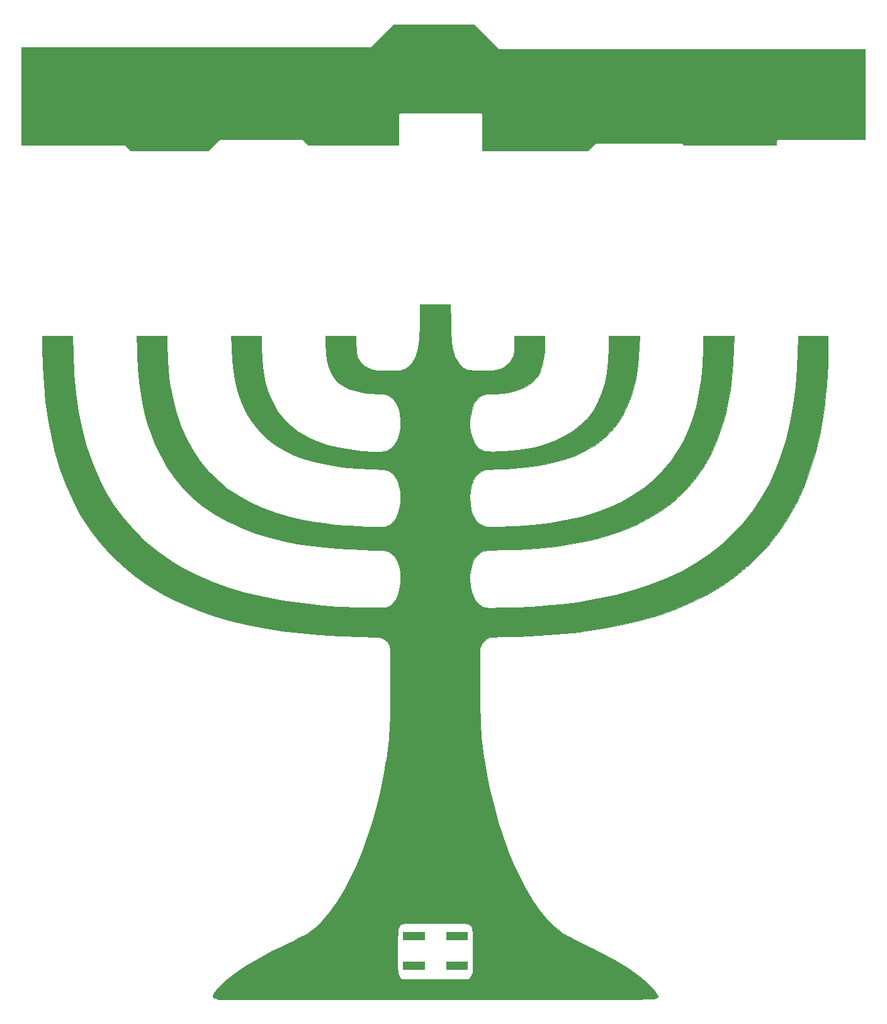
<source format=gbs>
G04 #@! TF.GenerationSoftware,KiCad,Pcbnew,(5.1.4)-1*
G04 #@! TF.CreationDate,2020-11-24T15:39:13-05:00*
G04 #@! TF.ProjectId,Menorah,4d656e6f-7261-4682-9e6b-696361645f70,rev?*
G04 #@! TF.SameCoordinates,Original*
G04 #@! TF.FileFunction,Soldermask,Bot*
G04 #@! TF.FilePolarity,Negative*
%FSLAX46Y46*%
G04 Gerber Fmt 4.6, Leading zero omitted, Abs format (unit mm)*
G04 Created by KiCad (PCBNEW (5.1.4)-1) date 2020-11-24 15:39:13*
%MOMM*%
%LPD*%
G04 APERTURE LIST*
%ADD10C,0.010000*%
%ADD11C,0.100000*%
G04 APERTURE END LIST*
D10*
G36*
X144041649Y-59507966D02*
G01*
X144065030Y-60423359D01*
X144097525Y-61195468D01*
X144141982Y-61850223D01*
X144201246Y-62413557D01*
X144278163Y-62911403D01*
X144375581Y-63369693D01*
X144496346Y-63814358D01*
X144524507Y-63907036D01*
X144715441Y-64391787D01*
X144975085Y-64866771D01*
X145273101Y-65285683D01*
X145579148Y-65602219D01*
X145689256Y-65684719D01*
X145926321Y-65831394D01*
X146153499Y-65942388D01*
X146399320Y-66022501D01*
X146692313Y-66076532D01*
X147061006Y-66109282D01*
X147533930Y-66125549D01*
X148139614Y-66130134D01*
X148336000Y-66129979D01*
X148928881Y-66126870D01*
X149384149Y-66118336D01*
X149733501Y-66101712D01*
X150008634Y-66074333D01*
X150241244Y-66033536D01*
X150463030Y-65976656D01*
X150579666Y-65941384D01*
X151218625Y-65677425D01*
X151728341Y-65318706D01*
X152130193Y-64847848D01*
X152315333Y-64530176D01*
X152429886Y-64300867D01*
X152511007Y-64111056D01*
X152565300Y-63923427D01*
X152599366Y-63700667D01*
X152619809Y-63405459D01*
X152633229Y-63000489D01*
X152640598Y-62691863D01*
X152669530Y-61434133D01*
X156718000Y-61434133D01*
X156717305Y-62386633D01*
X156680087Y-63535219D01*
X156567619Y-64543293D01*
X156376005Y-65423908D01*
X156101350Y-66190117D01*
X155739757Y-66854972D01*
X155287330Y-67431528D01*
X155177522Y-67545510D01*
X154601956Y-68014299D01*
X153887322Y-68414721D01*
X153051825Y-68741168D01*
X152113670Y-68988032D01*
X151091063Y-69149708D01*
X150002209Y-69220588D01*
X149729421Y-69223466D01*
X149036231Y-69259779D01*
X148473835Y-69376844D01*
X148018195Y-69586854D01*
X147645271Y-69901998D01*
X147331026Y-70334469D01*
X147248434Y-70481703D01*
X146949909Y-71181460D01*
X146752022Y-71949329D01*
X146653029Y-72754965D01*
X146651189Y-73568023D01*
X146744757Y-74358160D01*
X146931992Y-75095030D01*
X147211151Y-75748288D01*
X147580492Y-76287590D01*
X147581944Y-76289246D01*
X147896856Y-76590759D01*
X148248324Y-76801654D01*
X148670456Y-76933858D01*
X149197362Y-76999297D01*
X149648333Y-77011767D01*
X150438147Y-76995852D01*
X151326651Y-76950433D01*
X152246740Y-76880438D01*
X153131308Y-76790795D01*
X153754666Y-76710227D01*
X155303379Y-76425822D01*
X156758419Y-76037348D01*
X158110581Y-75549277D01*
X159350660Y-74966081D01*
X160469449Y-74292233D01*
X161457743Y-73532205D01*
X162306335Y-72690469D01*
X162501179Y-72460952D01*
X163260869Y-71418449D01*
X163899179Y-70293091D01*
X164418481Y-69076952D01*
X164821151Y-67762107D01*
X165109562Y-66340631D01*
X165286087Y-64804598D01*
X165353101Y-63146083D01*
X165353897Y-62936966D01*
X165354000Y-61434133D01*
X169443789Y-61434133D01*
X169384320Y-62973743D01*
X169314722Y-64293007D01*
X169210578Y-65476845D01*
X169066929Y-66556559D01*
X168878818Y-67563454D01*
X168641286Y-68528830D01*
X168356581Y-69462375D01*
X167812360Y-70879936D01*
X167163237Y-72168907D01*
X166403337Y-73335459D01*
X165526786Y-74385761D01*
X164527708Y-75325985D01*
X163400228Y-76162299D01*
X162138474Y-76900874D01*
X160736569Y-77547881D01*
X160609080Y-77599523D01*
X159353246Y-78052115D01*
X158014738Y-78434013D01*
X156579702Y-78747617D01*
X155034281Y-78995328D01*
X153364620Y-79179544D01*
X151556863Y-79302666D01*
X150537333Y-79343993D01*
X149991315Y-79364626D01*
X149484671Y-79389787D01*
X149048649Y-79417454D01*
X148714499Y-79445603D01*
X148513469Y-79472212D01*
X148495999Y-79476128D01*
X148145142Y-79634735D01*
X147782801Y-79919328D01*
X147446591Y-80293838D01*
X147174129Y-80722194D01*
X147153232Y-80763756D01*
X146879743Y-81485999D01*
X146709995Y-82299300D01*
X146644294Y-83160645D01*
X146682947Y-84027021D01*
X146826261Y-84855414D01*
X147074542Y-85602812D01*
X147118062Y-85699320D01*
X147454488Y-86245384D01*
X147890395Y-86679242D01*
X148402352Y-86982024D01*
X148886333Y-87123316D01*
X149088411Y-87137837D01*
X149434603Y-87142181D01*
X149900055Y-87137345D01*
X150459917Y-87124325D01*
X151089337Y-87104118D01*
X151763463Y-87077719D01*
X152457444Y-87046125D01*
X153146429Y-87010333D01*
X153805565Y-86971339D01*
X154410001Y-86930140D01*
X154934886Y-86887731D01*
X155067000Y-86875509D01*
X157410623Y-86596000D01*
X159617318Y-86218753D01*
X161689292Y-85742545D01*
X163628755Y-85166149D01*
X165437914Y-84488340D01*
X167118980Y-83707893D01*
X168674159Y-82823582D01*
X170105663Y-81834183D01*
X171415698Y-80738469D01*
X172606474Y-79535216D01*
X173680199Y-78223197D01*
X174639083Y-76801188D01*
X175286111Y-75658133D01*
X175969588Y-74199950D01*
X176562903Y-72613188D01*
X177062406Y-70914832D01*
X177464450Y-69121868D01*
X177765387Y-67251281D01*
X177961567Y-65320056D01*
X178049342Y-63345179D01*
X178054000Y-62771875D01*
X178054000Y-61434133D01*
X182143845Y-61434133D01*
X182085266Y-63275633D01*
X181994195Y-65228760D01*
X181848151Y-67040625D01*
X181644119Y-68731130D01*
X181379089Y-70320177D01*
X181050046Y-71827667D01*
X180653980Y-73273503D01*
X180495166Y-73780402D01*
X179820946Y-75630709D01*
X179036493Y-77354396D01*
X178138932Y-78955796D01*
X177125385Y-80439241D01*
X175992976Y-81809065D01*
X174738826Y-83069601D01*
X173778333Y-83896229D01*
X172306864Y-84979085D01*
X170700277Y-85960522D01*
X168959185Y-86840367D01*
X167084203Y-87618448D01*
X165075943Y-88294591D01*
X162935020Y-88868623D01*
X160662048Y-89340371D01*
X158257639Y-89709662D01*
X155722408Y-89976323D01*
X153056968Y-90140181D01*
X151468666Y-90187724D01*
X150635635Y-90206383D01*
X149957534Y-90228148D01*
X149419976Y-90253856D01*
X149008571Y-90284344D01*
X148708933Y-90320448D01*
X148520024Y-90359230D01*
X148033784Y-90578677D01*
X147609416Y-90944649D01*
X147253576Y-91443595D01*
X146972918Y-92061961D01*
X146774099Y-92786196D01*
X146663773Y-93602748D01*
X146642666Y-94182136D01*
X146695839Y-95063754D01*
X146851519Y-95853910D01*
X147103948Y-96540317D01*
X147447371Y-97110686D01*
X147876028Y-97552729D01*
X148357874Y-97843012D01*
X148487000Y-97897056D01*
X148609627Y-97939412D01*
X148746547Y-97971029D01*
X148918551Y-97992856D01*
X149146432Y-98005842D01*
X149450983Y-98010934D01*
X149852996Y-98009082D01*
X150373263Y-98001233D01*
X151032576Y-97988337D01*
X151384000Y-97981060D01*
X153078206Y-97934949D01*
X154642605Y-97868407D01*
X156115815Y-97778489D01*
X157536457Y-97662250D01*
X158943150Y-97516747D01*
X160374515Y-97339033D01*
X161078333Y-97241900D01*
X163763922Y-96799091D01*
X166316057Y-96252604D01*
X168735702Y-95601742D01*
X171023822Y-94845808D01*
X173181384Y-93984106D01*
X175209352Y-93015937D01*
X177108691Y-91940604D01*
X178880367Y-90757412D01*
X180525345Y-89465661D01*
X182044591Y-88064656D01*
X183439069Y-86553699D01*
X184709746Y-84932092D01*
X185857586Y-83199139D01*
X186883555Y-81354143D01*
X187788617Y-79396406D01*
X188546954Y-77403492D01*
X189200048Y-75283461D01*
X189737094Y-73060385D01*
X190158903Y-70729222D01*
X190466285Y-68284930D01*
X190660051Y-65722464D01*
X190729154Y-63825966D01*
X190779625Y-61434133D01*
X194818000Y-61434133D01*
X194818000Y-62641825D01*
X194802571Y-63897888D01*
X194758150Y-65236595D01*
X194687532Y-66618681D01*
X194593516Y-68004881D01*
X194478896Y-69355930D01*
X194346470Y-70632563D01*
X194199035Y-71795516D01*
X194135193Y-72228436D01*
X193672989Y-74768302D01*
X193089405Y-77192051D01*
X192384643Y-79499201D01*
X191558902Y-81689268D01*
X190612385Y-83761771D01*
X189545292Y-85716226D01*
X188357825Y-87552152D01*
X187050183Y-89269066D01*
X187023317Y-89301569D01*
X186647233Y-89735515D01*
X186178305Y-90245301D01*
X185651316Y-90795479D01*
X185101050Y-91350598D01*
X184562289Y-91875211D01*
X184069815Y-92333868D01*
X183896000Y-92488798D01*
X182261871Y-93812908D01*
X180491515Y-95038376D01*
X178586880Y-96164443D01*
X176549913Y-97190351D01*
X174382562Y-98115342D01*
X172086777Y-98938656D01*
X169664504Y-99659537D01*
X167117692Y-100277224D01*
X164448290Y-100790959D01*
X161658246Y-101199984D01*
X161459333Y-101224570D01*
X160388283Y-101348524D01*
X159322270Y-101457228D01*
X158237012Y-101552278D01*
X157108231Y-101635271D01*
X155911648Y-101707801D01*
X154622982Y-101771466D01*
X153217955Y-101827860D01*
X151672286Y-101878579D01*
X151377269Y-101887228D01*
X149296205Y-101947246D01*
X148883346Y-102202496D01*
X148539638Y-102471755D01*
X148282000Y-102822382D01*
X148233910Y-102910608D01*
X147997333Y-103363469D01*
X147997677Y-108200968D01*
X147999302Y-109488774D01*
X148004693Y-110626668D01*
X148014912Y-111634050D01*
X148031025Y-112530319D01*
X148054096Y-113334875D01*
X148085188Y-114067117D01*
X148125367Y-114746446D01*
X148175696Y-115392260D01*
X148237240Y-116023960D01*
X148311062Y-116660945D01*
X148398228Y-117322615D01*
X148499801Y-118028370D01*
X148557992Y-118414800D01*
X148920467Y-120520740D01*
X149364990Y-122635016D01*
X149884488Y-124735775D01*
X150471888Y-126801165D01*
X151120118Y-128809333D01*
X151822103Y-130738427D01*
X152570772Y-132566595D01*
X153359051Y-134271984D01*
X154179866Y-135832743D01*
X154217024Y-135898466D01*
X155102836Y-137358102D01*
X156010769Y-138652606D01*
X156940214Y-139781254D01*
X157890563Y-140743325D01*
X158861209Y-141538095D01*
X159104876Y-141709141D01*
X159332896Y-141847756D01*
X159685994Y-142041978D01*
X160135298Y-142276896D01*
X160651936Y-142537598D01*
X161207036Y-142809173D01*
X161567392Y-142980971D01*
X163321406Y-143833417D01*
X164912660Y-144659998D01*
X166345312Y-145463339D01*
X167623519Y-146246069D01*
X168751441Y-147010814D01*
X169733236Y-147760202D01*
X170573062Y-148496860D01*
X171041325Y-148966423D01*
X171419055Y-149390764D01*
X171696166Y-149751110D01*
X171864044Y-150034315D01*
X171914074Y-150227232D01*
X171899363Y-150275845D01*
X171797758Y-150356803D01*
X171603800Y-150463494D01*
X171545497Y-150490938D01*
X171508821Y-150503650D01*
X171453004Y-150515580D01*
X171372762Y-150526755D01*
X171262814Y-150537202D01*
X171117879Y-150546949D01*
X170932674Y-150556023D01*
X170701918Y-150564451D01*
X170420328Y-150572261D01*
X170082623Y-150579479D01*
X169683521Y-150586133D01*
X169217741Y-150592250D01*
X168679999Y-150597858D01*
X168065015Y-150602983D01*
X167367507Y-150607654D01*
X166582192Y-150611896D01*
X165703789Y-150615738D01*
X164727016Y-150619207D01*
X163646592Y-150622329D01*
X162457233Y-150625132D01*
X161153659Y-150627644D01*
X159730588Y-150629892D01*
X158182738Y-150631902D01*
X156504826Y-150633702D01*
X154691572Y-150635320D01*
X152737693Y-150636782D01*
X150637907Y-150638116D01*
X148386932Y-150639350D01*
X145979488Y-150640509D01*
X143410291Y-150641622D01*
X142240000Y-150642099D01*
X140030085Y-150642786D01*
X137861772Y-150643066D01*
X135741300Y-150642952D01*
X133674909Y-150642456D01*
X131668839Y-150641590D01*
X129729331Y-150640366D01*
X127862624Y-150638797D01*
X126074960Y-150636893D01*
X124372578Y-150634669D01*
X122761718Y-150632135D01*
X121248621Y-150629304D01*
X119839526Y-150626188D01*
X118540674Y-150622799D01*
X117358306Y-150619150D01*
X116298660Y-150615252D01*
X115367979Y-150611117D01*
X114572500Y-150606759D01*
X113918466Y-150602188D01*
X113412116Y-150597418D01*
X113059690Y-150592459D01*
X112867429Y-150587325D01*
X112834191Y-150584859D01*
X112458218Y-150490794D01*
X112196973Y-150361428D01*
X112070863Y-150209723D01*
X112072454Y-150101131D01*
X112225259Y-149814346D01*
X112496563Y-149451986D01*
X112865745Y-149035017D01*
X113312187Y-148584406D01*
X113815270Y-148121120D01*
X114354375Y-147666124D01*
X114825817Y-147301350D01*
X115759597Y-146638359D01*
X116754046Y-145988745D01*
X117827983Y-145341779D01*
X119000228Y-144686733D01*
X120243347Y-144037050D01*
X136906131Y-144037050D01*
X136907698Y-144721939D01*
X136912204Y-145362716D01*
X136919258Y-145937080D01*
X136928471Y-146422734D01*
X136939453Y-146797378D01*
X136951812Y-147038712D01*
X136959934Y-147111304D01*
X137056628Y-147349427D01*
X137225831Y-147590625D01*
X137262780Y-147629888D01*
X137511692Y-147878800D01*
X146460307Y-147878800D01*
X146709219Y-147629888D01*
X146885687Y-147400258D01*
X147001515Y-147153378D01*
X147012065Y-147111304D01*
X147025079Y-146963094D01*
X147036954Y-146667852D01*
X147047302Y-146247876D01*
X147055731Y-145725465D01*
X147061851Y-145122920D01*
X147065273Y-144462540D01*
X147065868Y-144037050D01*
X147064837Y-143208532D01*
X147059907Y-142532076D01*
X147048190Y-141990414D01*
X147026802Y-141566277D01*
X146992855Y-141242398D01*
X146943464Y-141001509D01*
X146875743Y-140826340D01*
X146786805Y-140699625D01*
X146673764Y-140604093D01*
X146533735Y-140522479D01*
X146473333Y-140491764D01*
X146394161Y-140457941D01*
X146293928Y-140429655D01*
X146157830Y-140406420D01*
X145971061Y-140387746D01*
X145718815Y-140373146D01*
X145386286Y-140362130D01*
X144958670Y-140354211D01*
X144421160Y-140348900D01*
X143758952Y-140345708D01*
X142957239Y-140344147D01*
X142001216Y-140343729D01*
X141986000Y-140343729D01*
X141027608Y-140344134D01*
X140223743Y-140345675D01*
X139559598Y-140348839D01*
X139020370Y-140354116D01*
X138591251Y-140361993D01*
X138257438Y-140372960D01*
X138004123Y-140387504D01*
X137816502Y-140406115D01*
X137679768Y-140429280D01*
X137579118Y-140457488D01*
X137499744Y-140491227D01*
X137498666Y-140491764D01*
X137347711Y-140572615D01*
X137224833Y-140660870D01*
X137127145Y-140773799D01*
X137051763Y-140928669D01*
X136995799Y-141142749D01*
X136956367Y-141433306D01*
X136930582Y-141817610D01*
X136915558Y-142312927D01*
X136908407Y-142936527D01*
X136906245Y-143705678D01*
X136906131Y-144037050D01*
X120243347Y-144037050D01*
X120289599Y-144012878D01*
X121714916Y-143309487D01*
X122404607Y-142980971D01*
X122969152Y-142710245D01*
X123513625Y-142440894D01*
X124009151Y-142187829D01*
X124426860Y-141965964D01*
X124737879Y-141790210D01*
X124867123Y-141709141D01*
X125842705Y-140955952D01*
X126798142Y-140035284D01*
X127732825Y-138947858D01*
X128646147Y-137694399D01*
X129537499Y-136275628D01*
X129754975Y-135898466D01*
X130577074Y-134344649D01*
X131366950Y-132645230D01*
X132117531Y-130822059D01*
X132821744Y-128896990D01*
X133472515Y-126891875D01*
X134062772Y-124828567D01*
X134585441Y-122728916D01*
X135033449Y-120614777D01*
X135399724Y-118508001D01*
X135414007Y-118414800D01*
X135523240Y-117680002D01*
X135617561Y-116999218D01*
X135698021Y-116353127D01*
X135765676Y-115722411D01*
X135821576Y-115087752D01*
X135866776Y-114429831D01*
X135902329Y-113729330D01*
X135929288Y-112966929D01*
X135948705Y-112123311D01*
X135961634Y-111179157D01*
X135969129Y-110115147D01*
X135972241Y-108911965D01*
X135972462Y-108170133D01*
X135971868Y-107134873D01*
X135970500Y-106255141D01*
X135967942Y-105517131D01*
X135963773Y-104907039D01*
X135957576Y-104411060D01*
X135948932Y-104015388D01*
X135937423Y-103706219D01*
X135922629Y-103469747D01*
X135904133Y-103292167D01*
X135881516Y-103159674D01*
X135854358Y-103058462D01*
X135822243Y-102974728D01*
X135814408Y-102957143D01*
X135556970Y-102569583D01*
X135188587Y-102244118D01*
X134766607Y-102028824D01*
X134674501Y-102001584D01*
X134494895Y-101975275D01*
X134173173Y-101948101D01*
X133736537Y-101921542D01*
X133212189Y-101897078D01*
X132627331Y-101876186D01*
X132122333Y-101862774D01*
X129196801Y-101762677D01*
X126419389Y-101595936D01*
X123781977Y-101361194D01*
X121276442Y-101057092D01*
X118894664Y-100682275D01*
X116628521Y-100235385D01*
X114469892Y-99715064D01*
X112410657Y-99119956D01*
X110442692Y-98448702D01*
X109474000Y-98077577D01*
X107277464Y-97124651D01*
X105211954Y-96065068D01*
X103276431Y-94897642D01*
X101469854Y-93621188D01*
X99791186Y-92234519D01*
X98239386Y-90736451D01*
X96813417Y-89125797D01*
X95512238Y-87401373D01*
X94334812Y-85561992D01*
X93280098Y-83606470D01*
X92347058Y-81533621D01*
X91534653Y-79342258D01*
X90841844Y-77031197D01*
X90761986Y-76727611D01*
X90295452Y-74710133D01*
X89905097Y-72562131D01*
X89593425Y-70305551D01*
X89362942Y-67962335D01*
X89216152Y-65554428D01*
X89155561Y-63103774D01*
X89154000Y-62641825D01*
X89154000Y-61434133D01*
X93192374Y-61434133D01*
X93242845Y-63825966D01*
X93362601Y-66551226D01*
X93604459Y-69159343D01*
X93968541Y-71650628D01*
X94454969Y-74025389D01*
X95063865Y-76283936D01*
X95795352Y-78426578D01*
X96649551Y-80453623D01*
X97626585Y-82365381D01*
X98726576Y-84162160D01*
X99949646Y-85844271D01*
X101295917Y-87412021D01*
X102765511Y-88865720D01*
X103335666Y-89370556D01*
X104883535Y-90605591D01*
X106539359Y-91741499D01*
X108306668Y-92779458D01*
X110188994Y-93720644D01*
X112189865Y-94566236D01*
X114312814Y-95317411D01*
X116561370Y-95975345D01*
X118939063Y-96541218D01*
X121449425Y-97016205D01*
X124095985Y-97401485D01*
X126882275Y-97698236D01*
X128735666Y-97841918D01*
X129359998Y-97878846D01*
X130047577Y-97911112D01*
X130776066Y-97938418D01*
X131523122Y-97960467D01*
X132266406Y-97976963D01*
X132983578Y-97987607D01*
X133652297Y-97992104D01*
X134250223Y-97990157D01*
X134755016Y-97981467D01*
X135144335Y-97965738D01*
X135395841Y-97942673D01*
X135453173Y-97931239D01*
X135920062Y-97717354D01*
X136333830Y-97356648D01*
X136686423Y-96865525D01*
X136969789Y-96260390D01*
X137175874Y-95557647D01*
X137296626Y-94773702D01*
X137326393Y-94115466D01*
X137273410Y-93209258D01*
X137117508Y-92402964D01*
X136863257Y-91706776D01*
X136515228Y-91130885D01*
X136077990Y-90685483D01*
X135675525Y-90434036D01*
X135563640Y-90387133D01*
X135429080Y-90348917D01*
X135251864Y-90317848D01*
X135012008Y-90292386D01*
X134689528Y-90270991D01*
X134264441Y-90252123D01*
X133716765Y-90234244D01*
X133026516Y-90215813D01*
X132757333Y-90209184D01*
X130221810Y-90110070D01*
X127831377Y-89938327D01*
X125577315Y-89692162D01*
X123450906Y-89369779D01*
X121443432Y-88969383D01*
X119546176Y-88489178D01*
X117750420Y-87927370D01*
X116047445Y-87282163D01*
X114428535Y-86551763D01*
X114030846Y-86353054D01*
X112361406Y-85416821D01*
X110822670Y-84375665D01*
X109412403Y-83226924D01*
X108128369Y-81967935D01*
X106968333Y-80596035D01*
X105930058Y-79108561D01*
X105011308Y-77502849D01*
X104209848Y-75776237D01*
X103523442Y-73926062D01*
X103476347Y-73781654D01*
X103055739Y-72351557D01*
X102703265Y-70868471D01*
X102415872Y-69312217D01*
X102190505Y-67662613D01*
X102024113Y-65899480D01*
X101913641Y-64002637D01*
X101886733Y-63275633D01*
X101828154Y-61434133D01*
X105918000Y-61434133D01*
X105918000Y-62771875D01*
X105959907Y-64422017D01*
X106082164Y-66091903D01*
X106279576Y-67743318D01*
X106546944Y-69338048D01*
X106879074Y-70837879D01*
X107146961Y-71809658D01*
X107762222Y-73597551D01*
X108495551Y-75268881D01*
X109348385Y-76824862D01*
X110322163Y-78266711D01*
X111418322Y-79595642D01*
X112638300Y-80812868D01*
X113983534Y-81919607D01*
X115455463Y-82917071D01*
X117055524Y-83806477D01*
X118785155Y-84589038D01*
X120645793Y-85265971D01*
X122638877Y-85838489D01*
X124163666Y-86188170D01*
X125524833Y-86442720D01*
X126951728Y-86655054D01*
X128467376Y-86827655D01*
X130094802Y-86963004D01*
X131857029Y-87063586D01*
X132552656Y-87092669D01*
X133331460Y-87120040D01*
X133962458Y-87135481D01*
X134466878Y-87137074D01*
X134865951Y-87122901D01*
X135180906Y-87091047D01*
X135432973Y-87039593D01*
X135643383Y-86966622D01*
X135833364Y-86870218D01*
X135971363Y-86783935D01*
X136384934Y-86414012D01*
X136725643Y-85916456D01*
X136991968Y-85317208D01*
X137182387Y-84642209D01*
X137295377Y-83917399D01*
X137329417Y-83168718D01*
X137282983Y-82422107D01*
X137154553Y-81703506D01*
X136942606Y-81038855D01*
X136645618Y-80454095D01*
X136364681Y-80081927D01*
X136166239Y-79879502D01*
X135963718Y-79720871D01*
X135732733Y-79599825D01*
X135448897Y-79510154D01*
X135087824Y-79445651D01*
X134625129Y-79400105D01*
X134036425Y-79367309D01*
X133477000Y-79346677D01*
X131366814Y-79236340D01*
X129402229Y-79044974D01*
X127579137Y-78770672D01*
X125893427Y-78411528D01*
X124340989Y-77965633D01*
X122917714Y-77431082D01*
X121619491Y-76805967D01*
X120442212Y-76088381D01*
X119381766Y-75276418D01*
X118434043Y-74368169D01*
X117594934Y-73361728D01*
X116860329Y-72255189D01*
X116409597Y-71427052D01*
X115899247Y-70282528D01*
X115475656Y-69055780D01*
X115135785Y-67732697D01*
X114876598Y-66299168D01*
X114695056Y-64741081D01*
X114588122Y-63044324D01*
X114584418Y-62948636D01*
X114527560Y-61434133D01*
X118618000Y-61434133D01*
X118618000Y-62937485D01*
X118676488Y-64660403D01*
X118852620Y-66262515D01*
X119147393Y-67745769D01*
X119561808Y-69112112D01*
X120096863Y-70363489D01*
X120753558Y-71501848D01*
X121532890Y-72529134D01*
X122435861Y-73447296D01*
X123463467Y-74258279D01*
X124616710Y-74964029D01*
X124854308Y-75088530D01*
X126078255Y-75635522D01*
X127432705Y-76096329D01*
X128900382Y-76467442D01*
X130464012Y-76745353D01*
X132106318Y-76926554D01*
X133810025Y-77007535D01*
X134323666Y-77011767D01*
X134764503Y-77006342D01*
X135082995Y-76986197D01*
X135325945Y-76944493D01*
X135540158Y-76874392D01*
X135678949Y-76813722D01*
X136171779Y-76492477D01*
X136582931Y-76032147D01*
X136907639Y-75444502D01*
X137141140Y-74741313D01*
X137278669Y-73934353D01*
X137315463Y-73035391D01*
X137307974Y-72788788D01*
X137213795Y-71868857D01*
X137018797Y-71084644D01*
X136722750Y-70435645D01*
X136325422Y-69921355D01*
X135826582Y-69541271D01*
X135813180Y-69533692D01*
X135630147Y-69435416D01*
X135463922Y-69364174D01*
X135280417Y-69313871D01*
X135045540Y-69278415D01*
X134725204Y-69251713D01*
X134285318Y-69227674D01*
X134035180Y-69215912D01*
X133549921Y-69190773D01*
X133097853Y-69162290D01*
X132718320Y-69133305D01*
X132450670Y-69106662D01*
X132376333Y-69096041D01*
X131322477Y-68865400D01*
X130405744Y-68560090D01*
X129619856Y-68171884D01*
X128958533Y-67692557D01*
X128415496Y-67113882D01*
X127984465Y-66427634D01*
X127659160Y-65625585D01*
X127433303Y-64699510D01*
X127300613Y-63641182D01*
X127254812Y-62442377D01*
X127254694Y-62386633D01*
X127254000Y-61434133D01*
X131302469Y-61434133D01*
X131331401Y-62685141D01*
X131344114Y-63174006D01*
X131360306Y-63531275D01*
X131386411Y-63794655D01*
X131428863Y-64001859D01*
X131494096Y-64190595D01*
X131588543Y-64398574D01*
X131642598Y-64509116D01*
X131987512Y-65056194D01*
X132430404Y-65480295D01*
X132990853Y-65797551D01*
X133378507Y-65939272D01*
X133611258Y-66005906D01*
X133837093Y-66054930D01*
X134087949Y-66089042D01*
X134395764Y-66110940D01*
X134792478Y-66123323D01*
X135310029Y-66128887D01*
X135636000Y-66129979D01*
X136283780Y-66127796D01*
X136790848Y-66115269D01*
X137185732Y-66087597D01*
X137496961Y-66039980D01*
X137753064Y-65967621D01*
X137982572Y-65865719D01*
X138214012Y-65729474D01*
X138282743Y-65684719D01*
X138584014Y-65418248D01*
X138888575Y-65032121D01*
X139166086Y-64572644D01*
X139386207Y-64086122D01*
X139447492Y-63907036D01*
X139573442Y-63461952D01*
X139675457Y-63008609D01*
X139756382Y-62521074D01*
X139819065Y-61973416D01*
X139866352Y-61339703D01*
X139901088Y-60594001D01*
X139926121Y-59710380D01*
X139930350Y-59507966D01*
X139976167Y-57200800D01*
X143995832Y-57200800D01*
X144041649Y-59507966D01*
X144041649Y-59507966D01*
G37*
X144041649Y-59507966D02*
X144065030Y-60423359D01*
X144097525Y-61195468D01*
X144141982Y-61850223D01*
X144201246Y-62413557D01*
X144278163Y-62911403D01*
X144375581Y-63369693D01*
X144496346Y-63814358D01*
X144524507Y-63907036D01*
X144715441Y-64391787D01*
X144975085Y-64866771D01*
X145273101Y-65285683D01*
X145579148Y-65602219D01*
X145689256Y-65684719D01*
X145926321Y-65831394D01*
X146153499Y-65942388D01*
X146399320Y-66022501D01*
X146692313Y-66076532D01*
X147061006Y-66109282D01*
X147533930Y-66125549D01*
X148139614Y-66130134D01*
X148336000Y-66129979D01*
X148928881Y-66126870D01*
X149384149Y-66118336D01*
X149733501Y-66101712D01*
X150008634Y-66074333D01*
X150241244Y-66033536D01*
X150463030Y-65976656D01*
X150579666Y-65941384D01*
X151218625Y-65677425D01*
X151728341Y-65318706D01*
X152130193Y-64847848D01*
X152315333Y-64530176D01*
X152429886Y-64300867D01*
X152511007Y-64111056D01*
X152565300Y-63923427D01*
X152599366Y-63700667D01*
X152619809Y-63405459D01*
X152633229Y-63000489D01*
X152640598Y-62691863D01*
X152669530Y-61434133D01*
X156718000Y-61434133D01*
X156717305Y-62386633D01*
X156680087Y-63535219D01*
X156567619Y-64543293D01*
X156376005Y-65423908D01*
X156101350Y-66190117D01*
X155739757Y-66854972D01*
X155287330Y-67431528D01*
X155177522Y-67545510D01*
X154601956Y-68014299D01*
X153887322Y-68414721D01*
X153051825Y-68741168D01*
X152113670Y-68988032D01*
X151091063Y-69149708D01*
X150002209Y-69220588D01*
X149729421Y-69223466D01*
X149036231Y-69259779D01*
X148473835Y-69376844D01*
X148018195Y-69586854D01*
X147645271Y-69901998D01*
X147331026Y-70334469D01*
X147248434Y-70481703D01*
X146949909Y-71181460D01*
X146752022Y-71949329D01*
X146653029Y-72754965D01*
X146651189Y-73568023D01*
X146744757Y-74358160D01*
X146931992Y-75095030D01*
X147211151Y-75748288D01*
X147580492Y-76287590D01*
X147581944Y-76289246D01*
X147896856Y-76590759D01*
X148248324Y-76801654D01*
X148670456Y-76933858D01*
X149197362Y-76999297D01*
X149648333Y-77011767D01*
X150438147Y-76995852D01*
X151326651Y-76950433D01*
X152246740Y-76880438D01*
X153131308Y-76790795D01*
X153754666Y-76710227D01*
X155303379Y-76425822D01*
X156758419Y-76037348D01*
X158110581Y-75549277D01*
X159350660Y-74966081D01*
X160469449Y-74292233D01*
X161457743Y-73532205D01*
X162306335Y-72690469D01*
X162501179Y-72460952D01*
X163260869Y-71418449D01*
X163899179Y-70293091D01*
X164418481Y-69076952D01*
X164821151Y-67762107D01*
X165109562Y-66340631D01*
X165286087Y-64804598D01*
X165353101Y-63146083D01*
X165353897Y-62936966D01*
X165354000Y-61434133D01*
X169443789Y-61434133D01*
X169384320Y-62973743D01*
X169314722Y-64293007D01*
X169210578Y-65476845D01*
X169066929Y-66556559D01*
X168878818Y-67563454D01*
X168641286Y-68528830D01*
X168356581Y-69462375D01*
X167812360Y-70879936D01*
X167163237Y-72168907D01*
X166403337Y-73335459D01*
X165526786Y-74385761D01*
X164527708Y-75325985D01*
X163400228Y-76162299D01*
X162138474Y-76900874D01*
X160736569Y-77547881D01*
X160609080Y-77599523D01*
X159353246Y-78052115D01*
X158014738Y-78434013D01*
X156579702Y-78747617D01*
X155034281Y-78995328D01*
X153364620Y-79179544D01*
X151556863Y-79302666D01*
X150537333Y-79343993D01*
X149991315Y-79364626D01*
X149484671Y-79389787D01*
X149048649Y-79417454D01*
X148714499Y-79445603D01*
X148513469Y-79472212D01*
X148495999Y-79476128D01*
X148145142Y-79634735D01*
X147782801Y-79919328D01*
X147446591Y-80293838D01*
X147174129Y-80722194D01*
X147153232Y-80763756D01*
X146879743Y-81485999D01*
X146709995Y-82299300D01*
X146644294Y-83160645D01*
X146682947Y-84027021D01*
X146826261Y-84855414D01*
X147074542Y-85602812D01*
X147118062Y-85699320D01*
X147454488Y-86245384D01*
X147890395Y-86679242D01*
X148402352Y-86982024D01*
X148886333Y-87123316D01*
X149088411Y-87137837D01*
X149434603Y-87142181D01*
X149900055Y-87137345D01*
X150459917Y-87124325D01*
X151089337Y-87104118D01*
X151763463Y-87077719D01*
X152457444Y-87046125D01*
X153146429Y-87010333D01*
X153805565Y-86971339D01*
X154410001Y-86930140D01*
X154934886Y-86887731D01*
X155067000Y-86875509D01*
X157410623Y-86596000D01*
X159617318Y-86218753D01*
X161689292Y-85742545D01*
X163628755Y-85166149D01*
X165437914Y-84488340D01*
X167118980Y-83707893D01*
X168674159Y-82823582D01*
X170105663Y-81834183D01*
X171415698Y-80738469D01*
X172606474Y-79535216D01*
X173680199Y-78223197D01*
X174639083Y-76801188D01*
X175286111Y-75658133D01*
X175969588Y-74199950D01*
X176562903Y-72613188D01*
X177062406Y-70914832D01*
X177464450Y-69121868D01*
X177765387Y-67251281D01*
X177961567Y-65320056D01*
X178049342Y-63345179D01*
X178054000Y-62771875D01*
X178054000Y-61434133D01*
X182143845Y-61434133D01*
X182085266Y-63275633D01*
X181994195Y-65228760D01*
X181848151Y-67040625D01*
X181644119Y-68731130D01*
X181379089Y-70320177D01*
X181050046Y-71827667D01*
X180653980Y-73273503D01*
X180495166Y-73780402D01*
X179820946Y-75630709D01*
X179036493Y-77354396D01*
X178138932Y-78955796D01*
X177125385Y-80439241D01*
X175992976Y-81809065D01*
X174738826Y-83069601D01*
X173778333Y-83896229D01*
X172306864Y-84979085D01*
X170700277Y-85960522D01*
X168959185Y-86840367D01*
X167084203Y-87618448D01*
X165075943Y-88294591D01*
X162935020Y-88868623D01*
X160662048Y-89340371D01*
X158257639Y-89709662D01*
X155722408Y-89976323D01*
X153056968Y-90140181D01*
X151468666Y-90187724D01*
X150635635Y-90206383D01*
X149957534Y-90228148D01*
X149419976Y-90253856D01*
X149008571Y-90284344D01*
X148708933Y-90320448D01*
X148520024Y-90359230D01*
X148033784Y-90578677D01*
X147609416Y-90944649D01*
X147253576Y-91443595D01*
X146972918Y-92061961D01*
X146774099Y-92786196D01*
X146663773Y-93602748D01*
X146642666Y-94182136D01*
X146695839Y-95063754D01*
X146851519Y-95853910D01*
X147103948Y-96540317D01*
X147447371Y-97110686D01*
X147876028Y-97552729D01*
X148357874Y-97843012D01*
X148487000Y-97897056D01*
X148609627Y-97939412D01*
X148746547Y-97971029D01*
X148918551Y-97992856D01*
X149146432Y-98005842D01*
X149450983Y-98010934D01*
X149852996Y-98009082D01*
X150373263Y-98001233D01*
X151032576Y-97988337D01*
X151384000Y-97981060D01*
X153078206Y-97934949D01*
X154642605Y-97868407D01*
X156115815Y-97778489D01*
X157536457Y-97662250D01*
X158943150Y-97516747D01*
X160374515Y-97339033D01*
X161078333Y-97241900D01*
X163763922Y-96799091D01*
X166316057Y-96252604D01*
X168735702Y-95601742D01*
X171023822Y-94845808D01*
X173181384Y-93984106D01*
X175209352Y-93015937D01*
X177108691Y-91940604D01*
X178880367Y-90757412D01*
X180525345Y-89465661D01*
X182044591Y-88064656D01*
X183439069Y-86553699D01*
X184709746Y-84932092D01*
X185857586Y-83199139D01*
X186883555Y-81354143D01*
X187788617Y-79396406D01*
X188546954Y-77403492D01*
X189200048Y-75283461D01*
X189737094Y-73060385D01*
X190158903Y-70729222D01*
X190466285Y-68284930D01*
X190660051Y-65722464D01*
X190729154Y-63825966D01*
X190779625Y-61434133D01*
X194818000Y-61434133D01*
X194818000Y-62641825D01*
X194802571Y-63897888D01*
X194758150Y-65236595D01*
X194687532Y-66618681D01*
X194593516Y-68004881D01*
X194478896Y-69355930D01*
X194346470Y-70632563D01*
X194199035Y-71795516D01*
X194135193Y-72228436D01*
X193672989Y-74768302D01*
X193089405Y-77192051D01*
X192384643Y-79499201D01*
X191558902Y-81689268D01*
X190612385Y-83761771D01*
X189545292Y-85716226D01*
X188357825Y-87552152D01*
X187050183Y-89269066D01*
X187023317Y-89301569D01*
X186647233Y-89735515D01*
X186178305Y-90245301D01*
X185651316Y-90795479D01*
X185101050Y-91350598D01*
X184562289Y-91875211D01*
X184069815Y-92333868D01*
X183896000Y-92488798D01*
X182261871Y-93812908D01*
X180491515Y-95038376D01*
X178586880Y-96164443D01*
X176549913Y-97190351D01*
X174382562Y-98115342D01*
X172086777Y-98938656D01*
X169664504Y-99659537D01*
X167117692Y-100277224D01*
X164448290Y-100790959D01*
X161658246Y-101199984D01*
X161459333Y-101224570D01*
X160388283Y-101348524D01*
X159322270Y-101457228D01*
X158237012Y-101552278D01*
X157108231Y-101635271D01*
X155911648Y-101707801D01*
X154622982Y-101771466D01*
X153217955Y-101827860D01*
X151672286Y-101878579D01*
X151377269Y-101887228D01*
X149296205Y-101947246D01*
X148883346Y-102202496D01*
X148539638Y-102471755D01*
X148282000Y-102822382D01*
X148233910Y-102910608D01*
X147997333Y-103363469D01*
X147997677Y-108200968D01*
X147999302Y-109488774D01*
X148004693Y-110626668D01*
X148014912Y-111634050D01*
X148031025Y-112530319D01*
X148054096Y-113334875D01*
X148085188Y-114067117D01*
X148125367Y-114746446D01*
X148175696Y-115392260D01*
X148237240Y-116023960D01*
X148311062Y-116660945D01*
X148398228Y-117322615D01*
X148499801Y-118028370D01*
X148557992Y-118414800D01*
X148920467Y-120520740D01*
X149364990Y-122635016D01*
X149884488Y-124735775D01*
X150471888Y-126801165D01*
X151120118Y-128809333D01*
X151822103Y-130738427D01*
X152570772Y-132566595D01*
X153359051Y-134271984D01*
X154179866Y-135832743D01*
X154217024Y-135898466D01*
X155102836Y-137358102D01*
X156010769Y-138652606D01*
X156940214Y-139781254D01*
X157890563Y-140743325D01*
X158861209Y-141538095D01*
X159104876Y-141709141D01*
X159332896Y-141847756D01*
X159685994Y-142041978D01*
X160135298Y-142276896D01*
X160651936Y-142537598D01*
X161207036Y-142809173D01*
X161567392Y-142980971D01*
X163321406Y-143833417D01*
X164912660Y-144659998D01*
X166345312Y-145463339D01*
X167623519Y-146246069D01*
X168751441Y-147010814D01*
X169733236Y-147760202D01*
X170573062Y-148496860D01*
X171041325Y-148966423D01*
X171419055Y-149390764D01*
X171696166Y-149751110D01*
X171864044Y-150034315D01*
X171914074Y-150227232D01*
X171899363Y-150275845D01*
X171797758Y-150356803D01*
X171603800Y-150463494D01*
X171545497Y-150490938D01*
X171508821Y-150503650D01*
X171453004Y-150515580D01*
X171372762Y-150526755D01*
X171262814Y-150537202D01*
X171117879Y-150546949D01*
X170932674Y-150556023D01*
X170701918Y-150564451D01*
X170420328Y-150572261D01*
X170082623Y-150579479D01*
X169683521Y-150586133D01*
X169217741Y-150592250D01*
X168679999Y-150597858D01*
X168065015Y-150602983D01*
X167367507Y-150607654D01*
X166582192Y-150611896D01*
X165703789Y-150615738D01*
X164727016Y-150619207D01*
X163646592Y-150622329D01*
X162457233Y-150625132D01*
X161153659Y-150627644D01*
X159730588Y-150629892D01*
X158182738Y-150631902D01*
X156504826Y-150633702D01*
X154691572Y-150635320D01*
X152737693Y-150636782D01*
X150637907Y-150638116D01*
X148386932Y-150639350D01*
X145979488Y-150640509D01*
X143410291Y-150641622D01*
X142240000Y-150642099D01*
X140030085Y-150642786D01*
X137861772Y-150643066D01*
X135741300Y-150642952D01*
X133674909Y-150642456D01*
X131668839Y-150641590D01*
X129729331Y-150640366D01*
X127862624Y-150638797D01*
X126074960Y-150636893D01*
X124372578Y-150634669D01*
X122761718Y-150632135D01*
X121248621Y-150629304D01*
X119839526Y-150626188D01*
X118540674Y-150622799D01*
X117358306Y-150619150D01*
X116298660Y-150615252D01*
X115367979Y-150611117D01*
X114572500Y-150606759D01*
X113918466Y-150602188D01*
X113412116Y-150597418D01*
X113059690Y-150592459D01*
X112867429Y-150587325D01*
X112834191Y-150584859D01*
X112458218Y-150490794D01*
X112196973Y-150361428D01*
X112070863Y-150209723D01*
X112072454Y-150101131D01*
X112225259Y-149814346D01*
X112496563Y-149451986D01*
X112865745Y-149035017D01*
X113312187Y-148584406D01*
X113815270Y-148121120D01*
X114354375Y-147666124D01*
X114825817Y-147301350D01*
X115759597Y-146638359D01*
X116754046Y-145988745D01*
X117827983Y-145341779D01*
X119000228Y-144686733D01*
X120243347Y-144037050D01*
X136906131Y-144037050D01*
X136907698Y-144721939D01*
X136912204Y-145362716D01*
X136919258Y-145937080D01*
X136928471Y-146422734D01*
X136939453Y-146797378D01*
X136951812Y-147038712D01*
X136959934Y-147111304D01*
X137056628Y-147349427D01*
X137225831Y-147590625D01*
X137262780Y-147629888D01*
X137511692Y-147878800D01*
X146460307Y-147878800D01*
X146709219Y-147629888D01*
X146885687Y-147400258D01*
X147001515Y-147153378D01*
X147012065Y-147111304D01*
X147025079Y-146963094D01*
X147036954Y-146667852D01*
X147047302Y-146247876D01*
X147055731Y-145725465D01*
X147061851Y-145122920D01*
X147065273Y-144462540D01*
X147065868Y-144037050D01*
X147064837Y-143208532D01*
X147059907Y-142532076D01*
X147048190Y-141990414D01*
X147026802Y-141566277D01*
X146992855Y-141242398D01*
X146943464Y-141001509D01*
X146875743Y-140826340D01*
X146786805Y-140699625D01*
X146673764Y-140604093D01*
X146533735Y-140522479D01*
X146473333Y-140491764D01*
X146394161Y-140457941D01*
X146293928Y-140429655D01*
X146157830Y-140406420D01*
X145971061Y-140387746D01*
X145718815Y-140373146D01*
X145386286Y-140362130D01*
X144958670Y-140354211D01*
X144421160Y-140348900D01*
X143758952Y-140345708D01*
X142957239Y-140344147D01*
X142001216Y-140343729D01*
X141986000Y-140343729D01*
X141027608Y-140344134D01*
X140223743Y-140345675D01*
X139559598Y-140348839D01*
X139020370Y-140354116D01*
X138591251Y-140361993D01*
X138257438Y-140372960D01*
X138004123Y-140387504D01*
X137816502Y-140406115D01*
X137679768Y-140429280D01*
X137579118Y-140457488D01*
X137499744Y-140491227D01*
X137498666Y-140491764D01*
X137347711Y-140572615D01*
X137224833Y-140660870D01*
X137127145Y-140773799D01*
X137051763Y-140928669D01*
X136995799Y-141142749D01*
X136956367Y-141433306D01*
X136930582Y-141817610D01*
X136915558Y-142312927D01*
X136908407Y-142936527D01*
X136906245Y-143705678D01*
X136906131Y-144037050D01*
X120243347Y-144037050D01*
X120289599Y-144012878D01*
X121714916Y-143309487D01*
X122404607Y-142980971D01*
X122969152Y-142710245D01*
X123513625Y-142440894D01*
X124009151Y-142187829D01*
X124426860Y-141965964D01*
X124737879Y-141790210D01*
X124867123Y-141709141D01*
X125842705Y-140955952D01*
X126798142Y-140035284D01*
X127732825Y-138947858D01*
X128646147Y-137694399D01*
X129537499Y-136275628D01*
X129754975Y-135898466D01*
X130577074Y-134344649D01*
X131366950Y-132645230D01*
X132117531Y-130822059D01*
X132821744Y-128896990D01*
X133472515Y-126891875D01*
X134062772Y-124828567D01*
X134585441Y-122728916D01*
X135033449Y-120614777D01*
X135399724Y-118508001D01*
X135414007Y-118414800D01*
X135523240Y-117680002D01*
X135617561Y-116999218D01*
X135698021Y-116353127D01*
X135765676Y-115722411D01*
X135821576Y-115087752D01*
X135866776Y-114429831D01*
X135902329Y-113729330D01*
X135929288Y-112966929D01*
X135948705Y-112123311D01*
X135961634Y-111179157D01*
X135969129Y-110115147D01*
X135972241Y-108911965D01*
X135972462Y-108170133D01*
X135971868Y-107134873D01*
X135970500Y-106255141D01*
X135967942Y-105517131D01*
X135963773Y-104907039D01*
X135957576Y-104411060D01*
X135948932Y-104015388D01*
X135937423Y-103706219D01*
X135922629Y-103469747D01*
X135904133Y-103292167D01*
X135881516Y-103159674D01*
X135854358Y-103058462D01*
X135822243Y-102974728D01*
X135814408Y-102957143D01*
X135556970Y-102569583D01*
X135188587Y-102244118D01*
X134766607Y-102028824D01*
X134674501Y-102001584D01*
X134494895Y-101975275D01*
X134173173Y-101948101D01*
X133736537Y-101921542D01*
X133212189Y-101897078D01*
X132627331Y-101876186D01*
X132122333Y-101862774D01*
X129196801Y-101762677D01*
X126419389Y-101595936D01*
X123781977Y-101361194D01*
X121276442Y-101057092D01*
X118894664Y-100682275D01*
X116628521Y-100235385D01*
X114469892Y-99715064D01*
X112410657Y-99119956D01*
X110442692Y-98448702D01*
X109474000Y-98077577D01*
X107277464Y-97124651D01*
X105211954Y-96065068D01*
X103276431Y-94897642D01*
X101469854Y-93621188D01*
X99791186Y-92234519D01*
X98239386Y-90736451D01*
X96813417Y-89125797D01*
X95512238Y-87401373D01*
X94334812Y-85561992D01*
X93280098Y-83606470D01*
X92347058Y-81533621D01*
X91534653Y-79342258D01*
X90841844Y-77031197D01*
X90761986Y-76727611D01*
X90295452Y-74710133D01*
X89905097Y-72562131D01*
X89593425Y-70305551D01*
X89362942Y-67962335D01*
X89216152Y-65554428D01*
X89155561Y-63103774D01*
X89154000Y-62641825D01*
X89154000Y-61434133D01*
X93192374Y-61434133D01*
X93242845Y-63825966D01*
X93362601Y-66551226D01*
X93604459Y-69159343D01*
X93968541Y-71650628D01*
X94454969Y-74025389D01*
X95063865Y-76283936D01*
X95795352Y-78426578D01*
X96649551Y-80453623D01*
X97626585Y-82365381D01*
X98726576Y-84162160D01*
X99949646Y-85844271D01*
X101295917Y-87412021D01*
X102765511Y-88865720D01*
X103335666Y-89370556D01*
X104883535Y-90605591D01*
X106539359Y-91741499D01*
X108306668Y-92779458D01*
X110188994Y-93720644D01*
X112189865Y-94566236D01*
X114312814Y-95317411D01*
X116561370Y-95975345D01*
X118939063Y-96541218D01*
X121449425Y-97016205D01*
X124095985Y-97401485D01*
X126882275Y-97698236D01*
X128735666Y-97841918D01*
X129359998Y-97878846D01*
X130047577Y-97911112D01*
X130776066Y-97938418D01*
X131523122Y-97960467D01*
X132266406Y-97976963D01*
X132983578Y-97987607D01*
X133652297Y-97992104D01*
X134250223Y-97990157D01*
X134755016Y-97981467D01*
X135144335Y-97965738D01*
X135395841Y-97942673D01*
X135453173Y-97931239D01*
X135920062Y-97717354D01*
X136333830Y-97356648D01*
X136686423Y-96865525D01*
X136969789Y-96260390D01*
X137175874Y-95557647D01*
X137296626Y-94773702D01*
X137326393Y-94115466D01*
X137273410Y-93209258D01*
X137117508Y-92402964D01*
X136863257Y-91706776D01*
X136515228Y-91130885D01*
X136077990Y-90685483D01*
X135675525Y-90434036D01*
X135563640Y-90387133D01*
X135429080Y-90348917D01*
X135251864Y-90317848D01*
X135012008Y-90292386D01*
X134689528Y-90270991D01*
X134264441Y-90252123D01*
X133716765Y-90234244D01*
X133026516Y-90215813D01*
X132757333Y-90209184D01*
X130221810Y-90110070D01*
X127831377Y-89938327D01*
X125577315Y-89692162D01*
X123450906Y-89369779D01*
X121443432Y-88969383D01*
X119546176Y-88489178D01*
X117750420Y-87927370D01*
X116047445Y-87282163D01*
X114428535Y-86551763D01*
X114030846Y-86353054D01*
X112361406Y-85416821D01*
X110822670Y-84375665D01*
X109412403Y-83226924D01*
X108128369Y-81967935D01*
X106968333Y-80596035D01*
X105930058Y-79108561D01*
X105011308Y-77502849D01*
X104209848Y-75776237D01*
X103523442Y-73926062D01*
X103476347Y-73781654D01*
X103055739Y-72351557D01*
X102703265Y-70868471D01*
X102415872Y-69312217D01*
X102190505Y-67662613D01*
X102024113Y-65899480D01*
X101913641Y-64002637D01*
X101886733Y-63275633D01*
X101828154Y-61434133D01*
X105918000Y-61434133D01*
X105918000Y-62771875D01*
X105959907Y-64422017D01*
X106082164Y-66091903D01*
X106279576Y-67743318D01*
X106546944Y-69338048D01*
X106879074Y-70837879D01*
X107146961Y-71809658D01*
X107762222Y-73597551D01*
X108495551Y-75268881D01*
X109348385Y-76824862D01*
X110322163Y-78266711D01*
X111418322Y-79595642D01*
X112638300Y-80812868D01*
X113983534Y-81919607D01*
X115455463Y-82917071D01*
X117055524Y-83806477D01*
X118785155Y-84589038D01*
X120645793Y-85265971D01*
X122638877Y-85838489D01*
X124163666Y-86188170D01*
X125524833Y-86442720D01*
X126951728Y-86655054D01*
X128467376Y-86827655D01*
X130094802Y-86963004D01*
X131857029Y-87063586D01*
X132552656Y-87092669D01*
X133331460Y-87120040D01*
X133962458Y-87135481D01*
X134466878Y-87137074D01*
X134865951Y-87122901D01*
X135180906Y-87091047D01*
X135432973Y-87039593D01*
X135643383Y-86966622D01*
X135833364Y-86870218D01*
X135971363Y-86783935D01*
X136384934Y-86414012D01*
X136725643Y-85916456D01*
X136991968Y-85317208D01*
X137182387Y-84642209D01*
X137295377Y-83917399D01*
X137329417Y-83168718D01*
X137282983Y-82422107D01*
X137154553Y-81703506D01*
X136942606Y-81038855D01*
X136645618Y-80454095D01*
X136364681Y-80081927D01*
X136166239Y-79879502D01*
X135963718Y-79720871D01*
X135732733Y-79599825D01*
X135448897Y-79510154D01*
X135087824Y-79445651D01*
X134625129Y-79400105D01*
X134036425Y-79367309D01*
X133477000Y-79346677D01*
X131366814Y-79236340D01*
X129402229Y-79044974D01*
X127579137Y-78770672D01*
X125893427Y-78411528D01*
X124340989Y-77965633D01*
X122917714Y-77431082D01*
X121619491Y-76805967D01*
X120442212Y-76088381D01*
X119381766Y-75276418D01*
X118434043Y-74368169D01*
X117594934Y-73361728D01*
X116860329Y-72255189D01*
X116409597Y-71427052D01*
X115899247Y-70282528D01*
X115475656Y-69055780D01*
X115135785Y-67732697D01*
X114876598Y-66299168D01*
X114695056Y-64741081D01*
X114588122Y-63044324D01*
X114584418Y-62948636D01*
X114527560Y-61434133D01*
X118618000Y-61434133D01*
X118618000Y-62937485D01*
X118676488Y-64660403D01*
X118852620Y-66262515D01*
X119147393Y-67745769D01*
X119561808Y-69112112D01*
X120096863Y-70363489D01*
X120753558Y-71501848D01*
X121532890Y-72529134D01*
X122435861Y-73447296D01*
X123463467Y-74258279D01*
X124616710Y-74964029D01*
X124854308Y-75088530D01*
X126078255Y-75635522D01*
X127432705Y-76096329D01*
X128900382Y-76467442D01*
X130464012Y-76745353D01*
X132106318Y-76926554D01*
X133810025Y-77007535D01*
X134323666Y-77011767D01*
X134764503Y-77006342D01*
X135082995Y-76986197D01*
X135325945Y-76944493D01*
X135540158Y-76874392D01*
X135678949Y-76813722D01*
X136171779Y-76492477D01*
X136582931Y-76032147D01*
X136907639Y-75444502D01*
X137141140Y-74741313D01*
X137278669Y-73934353D01*
X137315463Y-73035391D01*
X137307974Y-72788788D01*
X137213795Y-71868857D01*
X137018797Y-71084644D01*
X136722750Y-70435645D01*
X136325422Y-69921355D01*
X135826582Y-69541271D01*
X135813180Y-69533692D01*
X135630147Y-69435416D01*
X135463922Y-69364174D01*
X135280417Y-69313871D01*
X135045540Y-69278415D01*
X134725204Y-69251713D01*
X134285318Y-69227674D01*
X134035180Y-69215912D01*
X133549921Y-69190773D01*
X133097853Y-69162290D01*
X132718320Y-69133305D01*
X132450670Y-69106662D01*
X132376333Y-69096041D01*
X131322477Y-68865400D01*
X130405744Y-68560090D01*
X129619856Y-68171884D01*
X128958533Y-67692557D01*
X128415496Y-67113882D01*
X127984465Y-66427634D01*
X127659160Y-65625585D01*
X127433303Y-64699510D01*
X127300613Y-63641182D01*
X127254812Y-62442377D01*
X127254694Y-62386633D01*
X127254000Y-61434133D01*
X131302469Y-61434133D01*
X131331401Y-62685141D01*
X131344114Y-63174006D01*
X131360306Y-63531275D01*
X131386411Y-63794655D01*
X131428863Y-64001859D01*
X131494096Y-64190595D01*
X131588543Y-64398574D01*
X131642598Y-64509116D01*
X131987512Y-65056194D01*
X132430404Y-65480295D01*
X132990853Y-65797551D01*
X133378507Y-65939272D01*
X133611258Y-66005906D01*
X133837093Y-66054930D01*
X134087949Y-66089042D01*
X134395764Y-66110940D01*
X134792478Y-66123323D01*
X135310029Y-66128887D01*
X135636000Y-66129979D01*
X136283780Y-66127796D01*
X136790848Y-66115269D01*
X137185732Y-66087597D01*
X137496961Y-66039980D01*
X137753064Y-65967621D01*
X137982572Y-65865719D01*
X138214012Y-65729474D01*
X138282743Y-65684719D01*
X138584014Y-65418248D01*
X138888575Y-65032121D01*
X139166086Y-64572644D01*
X139386207Y-64086122D01*
X139447492Y-63907036D01*
X139573442Y-63461952D01*
X139675457Y-63008609D01*
X139756382Y-62521074D01*
X139819065Y-61973416D01*
X139866352Y-61339703D01*
X139901088Y-60594001D01*
X139926121Y-59710380D01*
X139930350Y-59507966D01*
X139976167Y-57200800D01*
X143995832Y-57200800D01*
X144041649Y-59507966D01*
D11*
G36*
X146387800Y-146670600D02*
G01*
X143485800Y-146670600D01*
X143485800Y-145568600D01*
X146387800Y-145568600D01*
X146387800Y-146670600D01*
X146387800Y-146670600D01*
G37*
G36*
X140587800Y-146670600D02*
G01*
X137685800Y-146670600D01*
X137685800Y-145568600D01*
X140587800Y-145568600D01*
X140587800Y-146670600D01*
X140587800Y-146670600D01*
G37*
G36*
X146387800Y-142670600D02*
G01*
X143485800Y-142670600D01*
X143485800Y-141568600D01*
X146387800Y-141568600D01*
X146387800Y-142670600D01*
X146387800Y-142670600D01*
G37*
G36*
X140587800Y-142670600D02*
G01*
X137685800Y-142670600D01*
X137685800Y-141568600D01*
X140587800Y-141568600D01*
X140587800Y-142670600D01*
X140587800Y-142670600D01*
G37*
G36*
X150579368Y-22950389D02*
G01*
X150598310Y-22965934D01*
X150619921Y-22977485D01*
X150643370Y-22984598D01*
X150667756Y-22987000D01*
X199891979Y-22987000D01*
X199891979Y-35179000D01*
X188078978Y-35179000D01*
X188054592Y-35181402D01*
X188031143Y-35188515D01*
X188009532Y-35200066D01*
X187990590Y-35215611D01*
X187975045Y-35234553D01*
X187963494Y-35256164D01*
X187956381Y-35279613D01*
X187953979Y-35303999D01*
X187953979Y-35941000D01*
X175507979Y-35941000D01*
X175290590Y-35723611D01*
X175271648Y-35708066D01*
X175250037Y-35696515D01*
X175226588Y-35689402D01*
X175202202Y-35687000D01*
X163621756Y-35687000D01*
X163597370Y-35689402D01*
X163573921Y-35696515D01*
X163552310Y-35708066D01*
X163533368Y-35723611D01*
X162553979Y-36703000D01*
X148329979Y-36703000D01*
X148329979Y-31747999D01*
X148327577Y-31723613D01*
X148320464Y-31700164D01*
X148308913Y-31678553D01*
X148293368Y-31659611D01*
X148274426Y-31644066D01*
X148252815Y-31632515D01*
X148229366Y-31625402D01*
X148204980Y-31623000D01*
X137278978Y-31623000D01*
X137254592Y-31625402D01*
X137231143Y-31632515D01*
X137209532Y-31644066D01*
X137190590Y-31659611D01*
X137175045Y-31678553D01*
X137163494Y-31700164D01*
X137156381Y-31723613D01*
X137153979Y-31747999D01*
X137153979Y-35941000D01*
X124961979Y-35941000D01*
X124236590Y-35215611D01*
X124217648Y-35200066D01*
X124196037Y-35188515D01*
X124172588Y-35181402D01*
X124148202Y-35179000D01*
X113075756Y-35179000D01*
X113051370Y-35181402D01*
X113027921Y-35188515D01*
X113006310Y-35200066D01*
X112987368Y-35215611D01*
X111499979Y-36703000D01*
X101085979Y-36703000D01*
X100360590Y-35977611D01*
X100341648Y-35962066D01*
X100320037Y-35950515D01*
X100296588Y-35943402D01*
X100272202Y-35941000D01*
X86353979Y-35941000D01*
X86353979Y-22733000D01*
X133292202Y-22733000D01*
X133316588Y-22730598D01*
X133340037Y-22723485D01*
X133361648Y-22711934D01*
X133380590Y-22696389D01*
X136391979Y-19685000D01*
X147313979Y-19685000D01*
X150579368Y-22950389D01*
X150579368Y-22950389D01*
G37*
M02*

</source>
